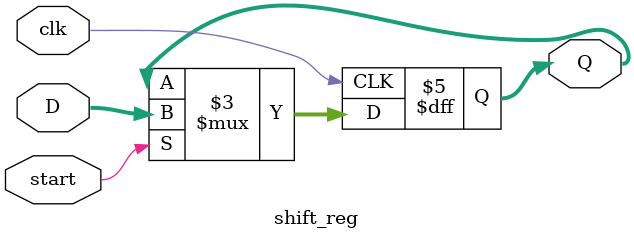
<source format=v>

module shift_reg (
		input clk,
		input start,
		input signed [255:0] D,
		output reg signed [255:0] Q
);

initial begin
Q = 256'b0;
end

always @ (posedge clk) 
begin
if (start) begin
	Q <= D;
end
end
endmodule
</source>
